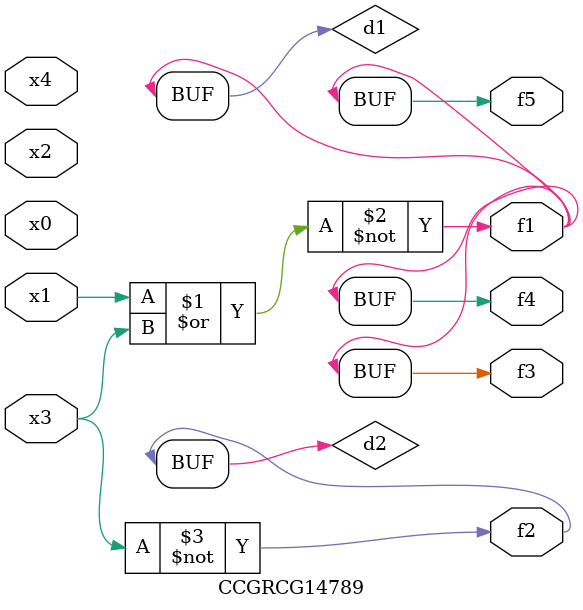
<source format=v>
module CCGRCG14789(
	input x0, x1, x2, x3, x4,
	output f1, f2, f3, f4, f5
);

	wire d1, d2;

	nor (d1, x1, x3);
	not (d2, x3);
	assign f1 = d1;
	assign f2 = d2;
	assign f3 = d1;
	assign f4 = d1;
	assign f5 = d1;
endmodule

</source>
